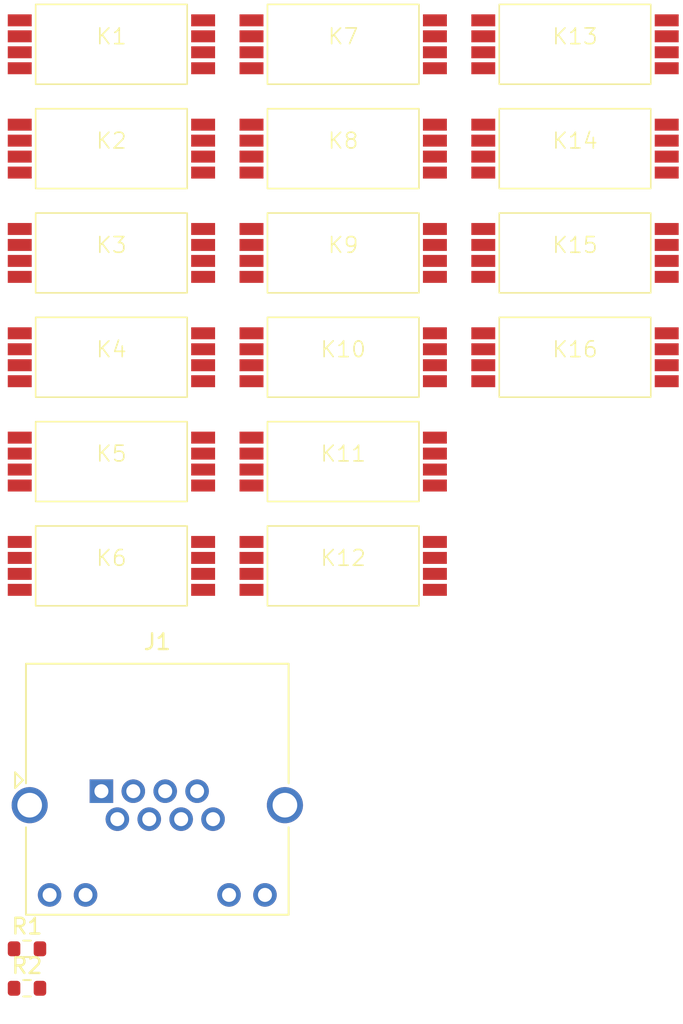
<source format=kicad_pcb>
(kicad_pcb (version 20221018) (generator pcbnew)
  (layers (0 "F.Cu" signal) (31 "B.Cu" signal) (34 "B.Paste" user) (35 "F.Paste" user) (36 "B.SilkS" user "B.Silkscreen") (37 "F.SilkS" user "F.Silkscreen") (38 "B.Mask" user) (39 "F.Mask" user) (44 "Edge.Cuts" user))
  (net 0 "")
  (net 1 "GND")
  (net 2 "/SW2")
  (net 3 "/SW1")
  (net 4 "/MAG_IO1")
  (net 5 "/MAG_IO0")
  (net 6 "/TEMP_SDA")
  (net 7 "/TEMP_SCL")
  (net 8 "+3V3")
  (net 9 "Net-(J1-Pad9)")
  (net 10 "/MC_LED1")
  (net 11 "Net-(J1-Pad11)")
  (net 12 "/MC_LED2")
  (net 13 "/cap_bank/R-")
  (net 14 "/cap_bank/R+")
  (net 15 "Net-(C1-Pad1)")
  (net 16 "/cap_bank/C1")
  (net 17 "Net-(C2-Pad1)")
  (net 18 "Net-(C3-Pad1)")
  (net 19 "Net-(C4-Pad1)")
  (net 20 "Net-(C5-Pad1)")
  (net 21 "Net-(C6-Pad1)")
  (net 22 "Net-(C7-Pad1)")
  (net 23 "Net-(C8-Pad1)")
  (net 24 "Net-(C9-Pad1)")
  (net 25 "Net-(C10-Pad1)")
  (net 26 "Net-(C11-Pad1)")
  (net 27 "Net-(C12-Pad1)")
  (net 28 "Net-(C13-Pad1)")
  (net 29 "Net-(C14-Pad1)")
  (net 30 "Net-(C15-Pad1)")
  (net 31 "Net-(C16-Pad1)")
  (footprint "BioMEMS:9814_Reed_Relay" (layer "F.Cu") (at 150.358 63.8)
    (fp_text reference "K14" (at 0 -0.5 unlocked) (layer "F.SilkS") (effects (font (thickness 0.1))))
    (fp_text value "9814 ")
    (fp_rect (start -4.826 -2.54) (end 4.826 2.54) (stroke (width 0.1)) (fill none) (layer "F.SilkS"))
    (pad "1" smd rect (at -5.842 -1.524) (size 1.524 0.762) (layers "F.Cu" "F.Paste" "F.Mask") (net 13 "/cap_bank/R-"))
    (pad "2" smd rect (at 5.842 -1.524 180) (size 1.524 0.762) (layers "F.Cu" "F.Paste" "F.Mask") (net 14 "/cap_bank/R+"))
    (pad "3" smd rect (at -5.842 -0.508) (size 1.524 0.762) (layers "F.Cu" "F.Paste" "F.Mask") (net 1 "GND"))
    (pad "4" smd rect (at 5.842 -0.508 180) (size 1.524 0.762) (layers "F.Cu" "F.Paste" "F.Mask") (net 1 "GND"))
    (pad "5" smd rect (at -5.842 0.508) (size 1.524 0.762) (layers "F.Cu" "F.Paste" "F.Mask") (net 29 "Net-(C14-Pad1)"))
    (pad "6" smd rect (at 5.842 0.508 180) (size 1.524 0.762) (layers "F.Cu" "F.Paste" "F.Mask") (net 16 "/cap_bank/C1"))
    (pad "7" smd rect (at -5.842 1.524) (size 1.524 0.762) (layers "F.Cu" "F.Paste" "F.Mask") (net 1 "GND"))
    (pad "8" smd rect (at 5.842 1.524 180) (size 1.524 0.762) (layers "F.Cu" "F.Paste" "F.Mask") (net 1 "GND"))
  )
  (footprint "BioMEMS:9814_Reed_Relay" (layer "F.Cu") (at 135.592 77.076)
    (fp_text reference "K10" (at 0 -0.5 unlocked) (layer "F.SilkS") (effects (font (thickness 0.1))))
    (fp_text value "9814 ")
    (fp_rect (start -4.826 -2.54) (end 4.826 2.54) (stroke (width 0.1)) (fill none) (layer "F.SilkS"))
    (pad "1" smd rect (at -5.842 -1.524) (size 1.524 0.762) (layers "F.Cu" "F.Paste" "F.Mask") (net 13 "/cap_bank/R-"))
    (pad "2" smd rect (at 5.842 -1.524 180) (size 1.524 0.762) (layers "F.Cu" "F.Paste" "F.Mask") (net 14 "/cap_bank/R+"))
    (pad "3" smd rect (at -5.842 -0.508) (size 1.524 0.762) (layers "F.Cu" "F.Paste" "F.Mask") (net 1 "GND"))
    (pad "4" smd rect (at 5.842 -0.508 180) (size 1.524 0.762) (layers "F.Cu" "F.Paste" "F.Mask") (net 1 "GND"))
    (pad "5" smd rect (at -5.842 0.508) (size 1.524 0.762) (layers "F.Cu" "F.Paste" "F.Mask") (net 25 "Net-(C10-Pad1)"))
    (pad "6" smd rect (at 5.842 0.508 180) (size 1.524 0.762) (layers "F.Cu" "F.Paste" "F.Mask") (net 16 "/cap_bank/C1"))
    (pad "7" smd rect (at -5.842 1.524) (size 1.524 0.762) (layers "F.Cu" "F.Paste" "F.Mask") (net 1 "GND"))
    (pad "8" smd rect (at 5.842 1.524 180) (size 1.524 0.762) (layers "F.Cu" "F.Paste" "F.Mask") (net 1 "GND"))
  )
  (footprint "BioMEMS:9814_Reed_Relay" (layer "F.Cu") (at 150.358 77.076)
    (fp_text reference "K16" (at 0 -0.5 unlocked) (layer "F.SilkS") (effects (font (thickness 0.1))))
    (fp_text value "9814 ")
    (fp_rect (start -4.826 -2.54) (end 4.826 2.54) (stroke (width 0.1)) (fill none) (layer "F.SilkS"))
    (pad "1" smd rect (at -5.842 -1.524) (size 1.524 0.762) (layers "F.Cu" "F.Paste" "F.Mask") (net 13 "/cap_bank/R-"))
    (pad "2" smd rect (at 5.842 -1.524 180) (size 1.524 0.762) (layers "F.Cu" "F.Paste" "F.Mask") (net 14 "/cap_bank/R+"))
    (pad "3" smd rect (at -5.842 -0.508) (size 1.524 0.762) (layers "F.Cu" "F.Paste" "F.Mask") (net 1 "GND"))
    (pad "4" smd rect (at 5.842 -0.508 180) (size 1.524 0.762) (layers "F.Cu" "F.Paste" "F.Mask") (net 1 "GND"))
    (pad "5" smd rect (at -5.842 0.508) (size 1.524 0.762) (layers "F.Cu" "F.Paste" "F.Mask") (net 31 "Net-(C16-Pad1)"))
    (pad "6" smd rect (at 5.842 0.508 180) (size 1.524 0.762) (layers "F.Cu" "F.Paste" "F.Mask") (net 16 "/cap_bank/C1"))
    (pad "7" smd rect (at -5.842 1.524) (size 1.524 0.762) (layers "F.Cu" "F.Paste" "F.Mask") (net 1 "GND"))
    (pad "8" smd rect (at 5.842 1.524 180) (size 1.524 0.762) (layers "F.Cu" "F.Paste" "F.Mask") (net 1 "GND"))
  )
  (footprint "Resistor_SMD:R_0603_1608Metric" (layer "F.Cu") (at 115.448 114.718)
    (fp_text reference "R1" (at 0 -1.43) (layer "F.SilkS"))
    (fp_text value "4.7k")
    (fp_line (start -0.237258 -0.5225) (end 0.237258 -0.5225) (stroke (width 0.12)) (layer "F.SilkS"))
    (fp_line (start -0.237258 0.5225) (end 0.237258 0.5225) (stroke (width 0.12)) (layer "F.SilkS"))
    (pad "1" smd roundrect (at -0.825 0) (size 0.8 0.95) (layers "F.Cu" "F.Paste" "F.Mask") (net 1 "GND"))
    (pad "2" smd roundrect (at 0.825 0) (size 0.8 0.95) (layers "F.Cu" "F.Paste" "F.Mask") (net 9 "Net-(J1-Pad9)"))
  )
  (footprint "BioMEMS:9814_Reed_Relay" (layer "F.Cu") (at 150.358 70.438)
    (fp_text reference "K15" (at 0 -0.5 unlocked) (layer "F.SilkS") (effects (font (thickness 0.1))))
    (fp_text value "9814 ")
    (fp_rect (start -4.826 -2.54) (end 4.826 2.54) (stroke (width 0.1)) (fill none) (layer "F.SilkS"))
    (pad "1" smd rect (at -5.842 -1.524) (size 1.524 0.762) (layers "F.Cu" "F.Paste" "F.Mask") (net 13 "/cap_bank/R-"))
    (pad "2" smd rect (at 5.842 -1.524 180) (size 1.524 0.762) (layers "F.Cu" "F.Paste" "F.Mask") (net 14 "/cap_bank/R+"))
    (pad "3" smd rect (at -5.842 -0.508) (size 1.524 0.762) (layers "F.Cu" "F.Paste" "F.Mask") (net 1 "GND"))
    (pad "4" smd rect (at 5.842 -0.508 180) (size 1.524 0.762) (layers "F.Cu" "F.Paste" "F.Mask") (net 1 "GND"))
    (pad "5" smd rect (at -5.842 0.508) (size 1.524 0.762) (layers "F.Cu" "F.Paste" "F.Mask") (net 30 "Net-(C15-Pad1)"))
    (pad "6" smd rect (at 5.842 0.508 180) (size 1.524 0.762) (layers "F.Cu" "F.Paste" "F.Mask") (net 16 "/cap_bank/C1"))
    (pad "7" smd rect (at -5.842 1.524) (size 1.524 0.762) (layers "F.Cu" "F.Paste" "F.Mask") (net 1 "GND"))
    (pad "8" smd rect (at 5.842 1.524 180) (size 1.524 0.762) (layers "F.Cu" "F.Paste" "F.Mask") (net 1 "GND"))
  )
  (footprint "BioMEMS:9814_Reed_Relay" (layer "F.Cu") (at 135.592 57.162)
    (fp_text reference "K7" (at 0 -0.5 unlocked) (layer "F.SilkS") (effects (font (thickness 0.1))))
    (fp_text value "9814 ")
    (fp_rect (start -4.826 -2.54) (end 4.826 2.54) (stroke (width 0.1)) (fill none) (layer "F.SilkS"))
    (pad "1" smd rect (at -5.842 -1.524) (size 1.524 0.762) (layers "F.Cu" "F.Paste" "F.Mask") (net 13 "/cap_bank/R-"))
    (pad "2" smd rect (at 5.842 -1.524 180) (size 1.524 0.762) (layers "F.Cu" "F.Paste" "F.Mask") (net 14 "/cap_bank/R+"))
    (pad "3" smd rect (at -5.842 -0.508) (size 1.524 0.762) (layers "F.Cu" "F.Paste" "F.Mask") (net 1 "GND"))
    (pad "4" smd rect (at 5.842 -0.508 180) (size 1.524 0.762) (layers "F.Cu" "F.Paste" "F.Mask") (net 1 "GND"))
    (pad "5" smd rect (at -5.842 0.508) (size 1.524 0.762) (layers "F.Cu" "F.Paste" "F.Mask") (net 22 "Net-(C7-Pad1)"))
    (pad "6" smd rect (at 5.842 0.508 180) (size 1.524 0.762) (layers "F.Cu" "F.Paste" "F.Mask") (net 16 "/cap_bank/C1"))
    (pad "7" smd rect (at -5.842 1.524) (size 1.524 0.762) (layers "F.Cu" "F.Paste" "F.Mask") (net 1 "GND"))
    (pad "8" smd rect (at 5.842 1.524 180) (size 1.524 0.762) (layers "F.Cu" "F.Paste" "F.Mask") (net 1 "GND"))
  )
  (footprint "BioMEMS:9814_Reed_Relay" (layer "F.Cu") (at 135.592 70.438)
    (fp_text reference "K9" (at 0 -0.5 unlocked) (layer "F.SilkS") (effects (font (thickness 0.1))))
    (fp_text value "9814 ")
    (fp_rect (start -4.826 -2.54) (end 4.826 2.54) (stroke (width 0.1)) (fill none) (layer "F.SilkS"))
    (pad "1" smd rect (at -5.842 -1.524) (size 1.524 0.762) (layers "F.Cu" "F.Paste" "F.Mask") (net 13 "/cap_bank/R-"))
    (pad "2" smd rect (at 5.842 -1.524 180) (size 1.524 0.762) (layers "F.Cu" "F.Paste" "F.Mask") (net 14 "/cap_bank/R+"))
    (pad "3" smd rect (at -5.842 -0.508) (size 1.524 0.762) (layers "F.Cu" "F.Paste" "F.Mask") (net 1 "GND"))
    (pad "4" smd rect (at 5.842 -0.508 180) (size 1.524 0.762) (layers "F.Cu" "F.Paste" "F.Mask") (net 1 "GND"))
    (pad "5" smd rect (at -5.842 0.508) (size 1.524 0.762) (layers "F.Cu" "F.Paste" "F.Mask") (net 24 "Net-(C9-Pad1)"))
    (pad "6" smd rect (at 5.842 0.508 180) (size 1.524 0.762) (layers "F.Cu" "F.Paste" "F.Mask") (net 16 "/cap_bank/C1"))
    (pad "7" smd rect (at -5.842 1.524) (size 1.524 0.762) (layers "F.Cu" "F.Paste" "F.Mask") (net 1 "GND"))
    (pad "8" smd rect (at 5.842 1.524 180) (size 1.524 0.762) (layers "F.Cu" "F.Paste" "F.Mask") (net 1 "GND"))
  )
  (footprint "BioMEMS:9814_Reed_Relay" (layer "F.Cu") (at 120.826 70.438)
    (fp_text reference "K3" (at 0 -0.5 unlocked) (layer "F.SilkS") (effects (font (thickness 0.1))))
    (fp_text value "9814 ")
    (fp_rect (start -4.826 -2.54) (end 4.826 2.54) (stroke (width 0.1)) (fill none) (layer "F.SilkS"))
    (pad "1" smd rect (at -5.842 -1.524) (size 1.524 0.762) (layers "F.Cu" "F.Paste" "F.Mask") (net 13 "/cap_bank/R-"))
    (pad "2" smd rect (at 5.842 -1.524 180) (size 1.524 0.762) (layers "F.Cu" "F.Paste" "F.Mask") (net 14 "/cap_bank/R+"))
    (pad "3" smd rect (at -5.842 -0.508) (size 1.524 0.762) (layers "F.Cu" "F.Paste" "F.Mask") (net 1 "GND"))
    (pad "4" smd rect (at 5.842 -0.508 180) (size 1.524 0.762) (layers "F.Cu" "F.Paste" "F.Mask") (net 1 "GND"))
    (pad "5" smd rect (at -5.842 0.508) (size 1.524 0.762) (layers "F.Cu" "F.Paste" "F.Mask") (net 18 "Net-(C3-Pad1)"))
    (pad "6" smd rect (at 5.842 0.508 180) (size 1.524 0.762) (layers "F.Cu" "F.Paste" "F.Mask") (net 16 "/cap_bank/C1"))
    (pad "7" smd rect (at -5.842 1.524) (size 1.524 0.762) (layers "F.Cu" "F.Paste" "F.Mask") (net 1 "GND"))
    (pad "8" smd rect (at 5.842 1.524 180) (size 1.524 0.762) (layers "F.Cu" "F.Paste" "F.Mask") (net 1 "GND"))
  )
  (footprint "BioMEMS:9814_Reed_Relay" (layer "F.Cu") (at 120.826 57.162)
    (fp_text reference "K1" (at 0 -0.5 unlocked) (layer "F.SilkS") (effects (font (thickness 0.1))))
    (fp_text value "9814 ")
    (fp_rect (start -4.826 -2.54) (end 4.826 2.54) (stroke (width 0.1)) (fill none) (layer "F.SilkS"))
    (pad "1" smd rect (at -5.842 -1.524) (size 1.524 0.762) (layers "F.Cu" "F.Paste" "F.Mask") (net 13 "/cap_bank/R-"))
    (pad "2" smd rect (at 5.842 -1.524 180) (size 1.524 0.762) (layers "F.Cu" "F.Paste" "F.Mask") (net 14 "/cap_bank/R+"))
    (pad "3" smd rect (at -5.842 -0.508) (size 1.524 0.762) (layers "F.Cu" "F.Paste" "F.Mask") (net 1 "GND"))
    (pad "4" smd rect (at 5.842 -0.508 180) (size 1.524 0.762) (layers "F.Cu" "F.Paste" "F.Mask") (net 1 "GND"))
    (pad "5" smd rect (at -5.842 0.508) (size 1.524 0.762) (layers "F.Cu" "F.Paste" "F.Mask") (net 15 "Net-(C1-Pad1)"))
    (pad "6" smd rect (at 5.842 0.508 180) (size 1.524 0.762) (layers "F.Cu" "F.Paste" "F.Mask") (net 16 "/cap_bank/C1"))
    (pad "7" smd rect (at -5.842 1.524) (size 1.524 0.762) (layers "F.Cu" "F.Paste" "F.Mask") (net 1 "GND"))
    (pad "8" smd rect (at 5.842 1.524 180) (size 1.524 0.762) (layers "F.Cu" "F.Paste" "F.Mask") (net 1 "GND"))
  )
  (footprint "Connector_RJ:RJ45_Amphenol_RJHSE538X" (layer "F.Cu") (at 120.188 104.688)
    (fp_text reference "J1" (at 3.56 -9.5) (layer "F.SilkS"))
    (fp_text value "RJ45_LED_Shielded")
    (fp_line (start -5.5 -1.2) (end -5 -0.7) (stroke (width 0.12)) (layer "F.SilkS"))
    (fp_line (start -5.5 -0.2) (end -5.5 -1.2) (stroke (width 0.12)) (layer "F.SilkS"))
    (fp_line (start -5 -0.7) (end -5.5 -0.2) (stroke (width 0.12)) (layer "F.SilkS"))
    (fp_line (start -4.805 -8.11) (end -4.805 -0.5) (stroke (width 0.12)) (layer "F.SilkS"))
    (fp_line (start -4.805 -8.11) (end 11.925 -8.11) (stroke (width 0.12)) (layer "F.SilkS"))
    (fp_line (start -4.805 7.86) (end -4.805 2.3) (stroke (width 0.12)) (layer "F.SilkS"))
    (fp_line (start -4.805 7.86) (end 11.925 7.86) (stroke (width 0.12)) (layer "F.SilkS"))
    (fp_line (start 11.925 -8.11) (end 11.925 -0.5) (stroke (width 0.12)) (layer "F.SilkS"))
    (fp_line (start 11.925 7.86) (end 11.925 2.3) (stroke (width 0.12)) (layer "F.SilkS"))
    (pad "" np_thru_hole circle (at -2.79 -2.54) (size 3.25 3.25) (drill 3.25) (layers "*.Cu" "*.Mask"))
    (pad "" np_thru_hole circle (at 9.91 -2.54) (size 3.25 3.25) (drill 3.25) (layers "*.Cu" "*.Mask"))
    (pad "1" thru_hole rect (at 0 0) (size 1.5 1.5) (drill 0.89) (layers "*.Cu" "*.Mask") (net 1 "GND"))
    (pad "2" thru_hole circle (at 1.016 1.78) (size 1.5 1.5) (drill 0.89) (layers "*.Cu" "*.Mask") (net 2 "/SW2"))
    (pad "3" thru_hole circle (at 2.032 0) (size 1.5 1.5) (drill 0.89) (layers "*.Cu" "*.Mask") (net 3 "/SW1"))
    (pad "4" thru_hole circle (at 3.048 1.78) (size 1.5 1.5) (drill 0.89) (layers "*.Cu" "*.Mask") (net 4 "/MAG_IO1"))
    (pad "5" thru_hole circle (at 4.064 0) (size 1.5 1.5) (drill 0.89) (layers "*.Cu" "*.Mask") (net 5 "/MAG_IO0"))
    (pad "6" thru_hole circle (at 5.08 1.78) (size 1.5 1.5) (drill 0.89) (layers "*.Cu" "*.Mask") (net 6 "/TEMP_SDA"))
    (pad "7" thru_hole circle (at 6.096 0) (size 1.5 1.5) (drill 0.89) (layers "*.Cu" "*.Mask") (net 7 "/TEMP_SCL"))
    (pad "8" thru_hole circle (at 7.112 1.78) (size 1.5 1.5) (drill 0.89) (layers "*.Cu" "*.Mask") (net 8 "+3V3"))
    (pad "9" thru_hole circle (at -3.3 6.6) (size 1.5 1.5) (drill 0.89) (layers "*.Cu" "*.Mask") (net 9 "Net-(J1-Pad9)"))
    (pad "10" thru_hole circle (at -1.01 6.6) (size 1.5 1.5) (drill 0.89) (layers "*.Cu" "*.Mask") (net 10 "/MC_LED1"))
    (pad "11" thru_hole circle (at 8.13 6.6) (size 1.5 1.5) (drill 0.89) (layers "*.Cu" "*.Mask") (net 11 "Net-(J1-Pad11)"))
    (pad "12" thru_hole circle (at 10.42 6.6) (size 1.5 1.5) (drill 0.89) (layers "*.Cu" "*.Mask") (net 12 "/MC_LED2"))
    (pad "SH" thru_hole circle (at -4.57 0.89) (size 2.3 2.3) (drill 1.57) (layers "*.Cu" "*.Mask") (net 1 "GND"))
    (pad "SH" thru_hole circle (at 11.69 0.89) (size 2.3 2.3) (drill 1.57) (layers "*.Cu" "*.Mask") (net 1 "GND"))
  )
  (footprint "BioMEMS:9814_Reed_Relay" (layer "F.Cu") (at 150.358 57.162)
    (fp_text reference "K13" (at 0 -0.5 unlocked) (layer "F.SilkS") (effects (font (thickness 0.1))))
    (fp_text value "9814 ")
    (fp_rect (start -4.826 -2.54) (end 4.826 2.54) (stroke (width 0.1)) (fill none) (layer "F.SilkS"))
    (pad "1" smd rect (at -5.842 -1.524) (size 1.524 0.762) (layers "F.Cu" "F.Paste" "F.Mask") (net 13 "/cap_bank/R-"))
    (pad "2" smd rect (at 5.842 -1.524 180) (size 1.524 0.762) (layers "F.Cu" "F.Paste" "F.Mask") (net 14 "/cap_bank/R+"))
    (pad "3" smd rect (at -5.842 -0.508) (size 1.524 0.762) (layers "F.Cu" "F.Paste" "F.Mask") (net 1 "GND"))
    (pad "4" smd rect (at 5.842 -0.508 180) (size 1.524 0.762) (layers "F.Cu" "F.Paste" "F.Mask") (net 1 "GND"))
    (pad "5" smd rect (at -5.842 0.508) (size 1.524 0.762) (layers "F.Cu" "F.Paste" "F.Mask") (net 28 "Net-(C13-Pad1)"))
    (pad "6" smd rect (at 5.842 0.508 180) (size 1.524 0.762) (layers "F.Cu" "F.Paste" "F.Mask") (net 16 "/cap_bank/C1"))
    (pad "7" smd rect (at -5.842 1.524) (size 1.524 0.762) (layers "F.Cu" "F.Paste" "F.Mask") (net 1 "GND"))
    (pad "8" smd rect (at 5.842 1.524 180) (size 1.524 0.762) (layers "F.Cu" "F.Paste" "F.Mask") (net 1 "GND"))
  )
  (footprint "BioMEMS:9814_Reed_Relay" (layer "F.Cu") (at 120.826 63.8)
    (fp_text reference "K2" (at 0 -0.5 unlocked) (layer "F.SilkS") (effects (font (thickness 0.1))))
    (fp_text value "9814 ")
    (fp_rect (start -4.826 -2.54) (end 4.826 2.54) (stroke (width 0.1)) (fill none) (layer "F.SilkS"))
    (pad "1" smd rect (at -5.842 -1.524) (size 1.524 0.762) (layers "F.Cu" "F.Paste" "F.Mask") (net 13 "/cap_bank/R-"))
    (pad "2" smd rect (at 5.842 -1.524 180) (size 1.524 0.762) (layers "F.Cu" "F.Paste" "F.Mask") (net 14 "/cap_bank/R+"))
    (pad "3" smd rect (at -5.842 -0.508) (size 1.524 0.762) (layers "F.Cu" "F.Paste" "F.Mask") (net 1 "GND"))
    (pad "4" smd rect (at 5.842 -0.508 180) (size 1.524 0.762) (layers "F.Cu" "F.Paste" "F.Mask") (net 1 "GND"))
    (pad "5" smd rect (at -5.842 0.508) (size 1.524 0.762) (layers "F.Cu" "F.Paste" "F.Mask") (net 17 "Net-(C2-Pad1)"))
    (pad "6" smd rect (at 5.842 0.508 180) (size 1.524 0.762) (layers "F.Cu" "F.Paste" "F.Mask") (net 16 "/cap_bank/C1"))
    (pad "7" smd rect (at -5.842 1.524) (size 1.524 0.762) (layers "F.Cu" "F.Paste" "F.Mask") (net 1 "GND"))
    (pad "8" smd rect (at 5.842 1.524 180) (size 1.524 0.762) (layers "F.Cu" "F.Paste" "F.Mask") (net 1 "GND"))
  )
  (footprint "BioMEMS:9814_Reed_Relay" (layer "F.Cu") (at 135.592 83.714)
    (fp_text reference "K11" (at 0 -0.5 unlocked) (layer "F.SilkS") (effects (font (thickness 0.1))))
    (fp_text value "9814 ")
    (fp_rect (start -4.826 -2.54) (end 4.826 2.54) (stroke (width 0.1)) (fill none) (layer "F.SilkS"))
    (pad "1" smd rect (at -5.842 -1.524) (size 1.524 0.762) (layers "F.Cu" "F.Paste" "F.Mask") (net 13 "/cap_bank/R-"))
    (pad "2" smd rect (at 5.842 -1.524 180) (size 1.524 0.762) (layers "F.Cu" "F.Paste" "F.Mask") (net 14 "/cap_bank/R+"))
    (pad "3" smd rect (at -5.842 -0.508) (size 1.524 0.762) (layers "F.Cu" "F.Paste" "F.Mask") (net 1 "GND"))
    (pad "4" smd rect (at 5.842 -0.508 180) (size 1.524 0.762) (layers "F.Cu" "F.Paste" "F.Mask") (net 1 "GND"))
    (pad "5" smd rect (at -5.842 0.508) (size 1.524 0.762) (layers "F.Cu" "F.Paste" "F.Mask") (net 26 "Net-(C11-Pad1)"))
    (pad "6" smd rect (at 5.842 0.508 180) (size 1.524 0.762) (layers "F.Cu" "F.Paste" "F.Mask") (net 16 "/cap_bank/C1"))
    (pad "7" smd rect (at -5.842 1.524) (size 1.524 0.762) (layers "F.Cu" "F.Paste" "F.Mask") (net 1 "GND"))
    (pad "8" smd rect (at 5.842 1.524 180) (size 1.524 0.762) (layers "F.Cu" "F.Paste" "F.Mask") (net 1 "GND"))
  )
  (footprint "Resistor_SMD:R_0603_1608Metric" (layer "F.Cu") (at 115.448 117.228)
    (fp_text reference "R2" (at 0 -1.43) (layer "F.SilkS"))
    (fp_text value "4.7k")
    (fp_line (start -0.237258 -0.5225) (end 0.237258 -0.5225) (stroke (width 0.12)) (layer "F.SilkS"))
    (fp_line (start -0.237258 0.5225) (end 0.237258 0.5225) (stroke (width 0.12)) (layer "F.SilkS"))
    (pad "1" smd roundrect (at -0.825 0) (size 0.8 0.95) (layers "F.Cu" "F.Paste" "F.Mask") (net 1 "GND"))
    (pad "2" smd roundrect (at 0.825 0) (size 0.8 0.95) (layers "F.Cu" "F.Paste" "F.Mask") (net 11 "Net-(J1-Pad11)"))
  )
  (footprint "BioMEMS:9814_Reed_Relay" (layer "F.Cu") (at 120.826 90.352)
    (fp_text reference "K6" (at 0 -0.5 unlocked) (layer "F.SilkS") (effects (font (thickness 0.1))))
    (fp_text value "9814 ")
    (fp_rect (start -4.826 -2.54) (end 4.826 2.54) (stroke (width 0.1)) (fill none) (layer "F.SilkS"))
    (pad "1" smd rect (at -5.842 -1.524) (size 1.524 0.762) (layers "F.Cu" "F.Paste" "F.Mask") (net 13 "/cap_bank/R-"))
    (pad "2" smd rect (at 5.842 -1.524 180) (size 1.524 0.762) (layers "F.Cu" "F.Paste" "F.Mask") (net 14 "/cap_bank/R+"))
    (pad "3" smd rect (at -5.842 -0.508) (size 1.524 0.762) (layers "F.Cu" "F.Paste" "F.Mask") (net 1 "GND"))
    (pad "4" smd rect (at 5.842 -0.508 180) (size 1.524 0.762) (layers "F.Cu" "F.Paste" "F.Mask") (net 1 "GND"))
    (pad "5" smd rect (at -5.842 0.508) (size 1.524 0.762) (layers "F.Cu" "F.Paste" "F.Mask") (net 21 "Net-(C6-Pad1)"))
    (pad "6" smd rect (at 5.842 0.508 180) (size 1.524 0.762) (layers "F.Cu" "F.Paste" "F.Mask") (net 16 "/cap_bank/C1"))
    (pad "7" smd rect (at -5.842 1.524) (size 1.524 0.762) (layers "F.Cu" "F.Paste" "F.Mask") (net 1 "GND"))
    (pad "8" smd rect (at 5.842 1.524 180) (size 1.524 0.762) (layers "F.Cu" "F.Paste" "F.Mask") (net 1 "GND"))
  )
  (footprint "BioMEMS:9814_Reed_Relay" (layer "F.Cu") (at 120.826 83.714)
    (fp_text reference "K5" (at 0 -0.5 unlocked) (layer "F.SilkS") (effects (font (thickness 0.1))))
    (fp_text value "9814 ")
    (fp_rect (start -4.826 -2.54) (end 4.826 2.54) (stroke (width 0.1)) (fill none) (layer "F.SilkS"))
    (pad "1" smd rect (at -5.842 -1.524) (size 1.524 0.762) (layers "F.Cu" "F.Paste" "F.Mask") (net 13 "/cap_bank/R-"))
    (pad "2" smd rect (at 5.842 -1.524 180) (size 1.524 0.762) (layers "F.Cu" "F.Paste" "F.Mask") (net 14 "/cap_bank/R+"))
    (pad "3" smd rect (at -5.842 -0.508) (size 1.524 0.762) (layers "F.Cu" "F.Paste" "F.Mask") (net 1 "GND"))
    (pad "4" smd rect (at 5.842 -0.508 180) (size 1.524 0.762) (layers "F.Cu" "F.Paste" "F.Mask") (net 1 "GND"))
    (pad "5" smd rect (at -5.842 0.508) (size 1.524 0.762) (layers "F.Cu" "F.Paste" "F.Mask") (net 20 "Net-(C5-Pad1)"))
    (pad "6" smd rect (at 5.842 0.508 180) (size 1.524 0.762) (layers "F.Cu" "F.Paste" "F.Mask") (net 16 "/cap_bank/C1"))
    (pad "7" smd rect (at -5.842 1.524) (size 1.524 0.762) (layers "F.Cu" "F.Paste" "F.Mask") (net 1 "GND"))
    (pad "8" smd rect (at 5.842 1.524 180) (size 1.524 0.762) (layers "F.Cu" "F.Paste" "F.Mask") (net 1 "GND"))
  )
  (footprint "BioMEMS:9814_Reed_Relay" (layer "F.Cu") (at 120.826 77.076)
    (fp_text reference "K4" (at 0 -0.5 unlocked) (layer "F.SilkS") (effects (font (thickness 0.1))))
    (fp_text value "9814 ")
    (fp_rect (start -4.826 -2.54) (end 4.826 2.54) (stroke (width 0.1)) (fill none) (layer "F.SilkS"))
    (pad "1" smd rect (at -5.842 -1.524) (size 1.524 0.762) (layers "F.Cu" "F.Paste" "F.Mask") (net 13 "/cap_bank/R-"))
    (pad "2" smd rect (at 5.842 -1.524 180) (size 1.524 0.762) (layers "F.Cu" "F.Paste" "F.Mask") (net 14 "/cap_bank/R+"))
    (pad "3" smd rect (at -5.842 -0.508) (size 1.524 0.762) (layers "F.Cu" "F.Paste" "F.Mask") (net 1 "GND"))
    (pad "4" smd rect (at 5.842 -0.508 180) (size 1.524 0.762) (layers "F.Cu" "F.Paste" "F.Mask") (net 1 "GND"))
    (pad "5" smd rect (at -5.842 0.508) (size 1.524 0.762) (layers "F.Cu" "F.Paste" "F.Mask") (net 19 "Net-(C4-Pad1)"))
    (pad "6" smd rect (at 5.842 0.508 180) (size 1.524 0.762) (layers "F.Cu" "F.Paste" "F.Mask") (net 16 "/cap_bank/C1"))
    (pad "7" smd rect (at -5.842 1.524) (size 1.524 0.762) (layers "F.Cu" "F.Paste" "F.Mask") (net 1 "GND"))
    (pad "8" smd rect (at 5.842 1.524 180) (size 1.524 0.762) (layers "F.Cu" "F.Paste" "F.Mask") (net 1 "GND"))
  )
  (footprint "BioMEMS:9814_Reed_Relay" (layer "F.Cu") (at 135.592 63.8)
    (fp_text reference "K8" (at 0 -0.5 unlocked) (layer "F.SilkS") (effects (font (thickness 0.1))))
    (fp_text value "9814 ")
    (fp_rect (start -4.826 -2.54) (end 4.826 2.54) (stroke (width 0.1)) (fill none) (layer "F.SilkS"))
    (pad "1" smd rect (at -5.842 -1.524) (size 1.524 0.762) (layers "F.Cu" "F.Paste" "F.Mask") (net 13 "/cap_bank/R-"))
    (pad "2" smd rect (at 5.842 -1.524 180) (size 1.524 0.762) (layers "F.Cu" "F.Paste" "F.Mask") (net 14 "/cap_bank/R+"))
    (pad "3" smd rect (at -5.842 -0.508) (size 1.524 0.762) (layers "F.Cu" "F.Paste" "F.Mask") (net 1 "GND"))
    (pad "4" smd rect (at 5.842 -0.508 180) (size 1.524 0.762) (layers "F.Cu" "F.Paste" "F.Mask") (net 1 "GND"))
    (pad "5" smd rect (at -5.842 0.508) (size 1.524 0.762) (layers "F.Cu" "F.Paste" "F.Mask") (net 23 "Net-(C8-Pad1)"))
    (pad "6" smd rect (at 5.842 0.508 180) (size 1.524 0.762) (layers "F.Cu" "F.Paste" "F.Mask") (net 16 "/cap_bank/C1"))
    (pad "7" smd rect (at -5.842 1.524) (size 1.524 0.762) (layers "F.Cu" "F.Paste" "F.Mask") (net 1 "GND"))
    (pad "8" smd rect (at 5.842 1.524 180) (size 1.524 0.762) (layers "F.Cu" "F.Paste" "F.Mask") (net 1 "GND"))
  )
  (footprint "BioMEMS:9814_Reed_Relay" (layer "F.Cu") (at 135.592 90.352)
    (fp_text reference "K12" (at 0 -0.5 unlocked) (layer "F.SilkS") (effects (font (thickness 0.1))))
    (fp_text value "9814 ")
    (fp_rect (start -4.826 -2.54) (end 4.826 2.54) (stroke (width 0.1)) (fill none) (layer "F.SilkS"))
    (pad "1" smd rect (at -5.842 -1.524) (size 1.524 0.762) (layers "F.Cu" "F.Paste" "F.Mask") (net 13 "/cap_bank/R-"))
    (pad "2" smd rect (at 5.842 -1.524 180) (size 1.524 0.762) (layers "F.Cu" "F.Paste" "F.Mask") (net 14 "/cap_bank/R+"))
    (pad "3" smd rect (at -5.842 -0.508) (size 1.524 0.762) (layers "F.Cu" "F.Paste" "F.Mask") (net 1 "GND"))
    (pad "4" smd rect (at 5.842 -0.508 180) (size 1.524 0.762) (layers "F.Cu" "F.Paste" "F.Mask") (net 1 "GND"))
    (pad "5" smd rect (at -5.842 0.508) (size 1.524 0.762) (layers "F.Cu" "F.Paste" "F.Mask") (net 27 "Net-(C12-Pad1)"))
    (pad "6" smd rect (at 5.842 0.508 180) (size 1.524 0.762) (layers "F.Cu" "F.Paste" "F.Mask") (net 16 "/cap_bank/C1"))
    (pad "7" smd rect (at -5.842 1.524) (size 1.524 0.762) (layers "F.Cu" "F.Paste" "F.Mask") (net 1 "GND"))
    (pad "8" smd rect (at 5.842 1.524 180) (size 1.524 0.762) (layers "F.Cu" "F.Paste" "F.Mask") (net 1 "GND"))
  )
)
</source>
